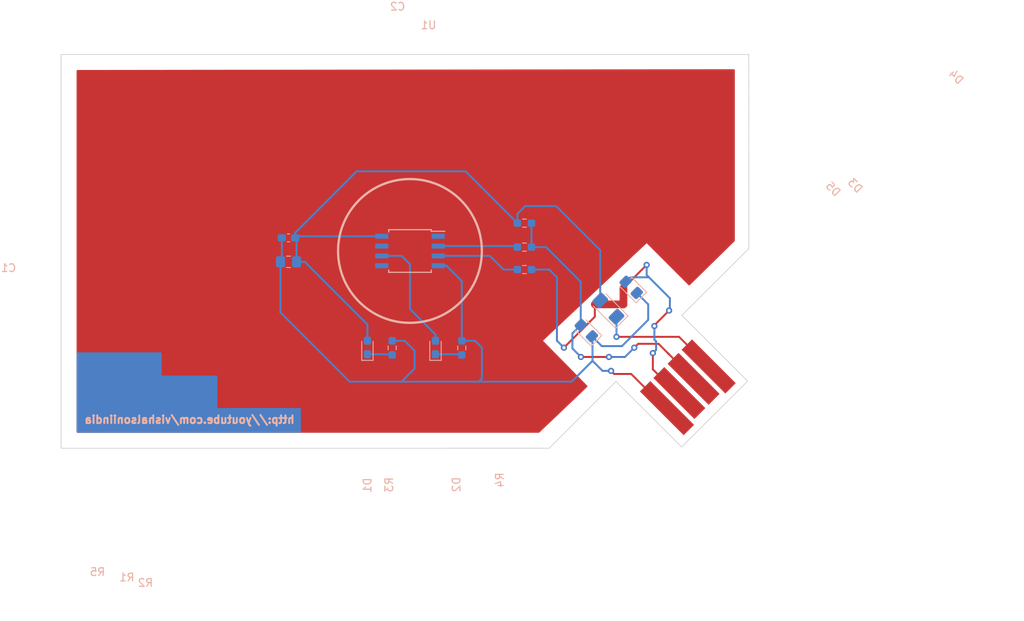
<source format=kicad_pcb>
(kicad_pcb (version 20211014) (generator pcbnew)
  (layers (0 "F.Cu" signal) (31 "B.Cu" signal) (34 "B.Paste" user) (35 "F.Paste" user) (36 "B.SilkS" user "B.Silkscreen") (37 "F.SilkS" user "F.Silkscreen") (38 "B.Mask" user) (39 "F.Mask" user) (44 "Edge.Cuts" user))
  (net 0 "")
  (net 1 "+5V")
  (net 2 "GND")
  (net 3 "Net-(D1-Pad1)")
  (net 4 "Net-(D2-Pad1)")
  (net 5 "Net-(D2-Pad2)")
  (net 6 "Net-(R1-Pad1)")
  (net 7 "Net-(R2-Pad1)")
  (net 11 "Net-(D3-Pad1)")
  (net 12 "Net-(D4-Pad2)")
  (net 13 "Net-(D5-Pad2)")
  (footprint "connectors:usb-PCB" (layer "F.Cu") (at 115.487362 96.489227 45)
    (fp_text reference "J2" hide)
    (fp_text value "USB_A_PLUG" hide)
    (pad "1" connect rect (at 3.81 -4.9 45) (size 1.9 8) (layers "F.Cu" "F.Mask") (net 11 "Net-(D3-Pad1)"))
    (pad "2" connect rect (at 1.3 -5.15 45) (size 2 7.5) (layers "F.Cu" "F.Mask") (net 12 "Net-(D4-Pad2)"))
    (pad "3" connect rect (at -1.3 -5.15 45) (size 2 7.5) (layers "F.Cu" "F.Mask") (net 13 "Net-(D5-Pad2)"))
    (pad "4" connect rect (at -3.81 -4.9 45) (size 1.9 8) (layers "F.Cu" "F.Mask") (net 2 "GND"))
  )
  (footprint "Capacitor_SMD:C_0805_2012Metric_Pad1.18x1.45mm_HandSolder" (layer "B.Cu") (at 60.4 76.8 180)
    (fp_text reference "C1" (at 36.2 -0.8) (layer "B.SilkS") (effects (justify mirror)))
    (fp_text value "4.7uf")
    (fp_line (start -0.261252 0.735) (end 0.261252 0.735) (layer "B.SilkS") (width 0.12))
    (fp_line (start -0.261252 -0.735) (end 0.261252 -0.735) (layer "B.SilkS") (width 0.12))
    (pad "1" smd roundrect (at -1.0375 0 180) (size 1.175 1.45) (layers "B.Cu" "B.Paste" "B.Mask") (roundrect_rratio 0.2127659574) (net 1 "+5V"))
    (pad "2" smd roundrect (at 1.0375 0 180) (size 1.175 1.45) (layers "B.Cu" "B.Paste" "B.Mask") (roundrect_rratio 0.2127659574) (net 2 "GND"))
  )
  (footprint "Resistor_SMD:R_0603_1608Metric_Pad0.98x0.95mm_HandSolder" (layer "B.Cu") (at 90.9 71.8 180)
    (fp_text reference "R5" (at 55.2 -45.1) (layer "B.SilkS") (effects (justify mirror)))
    (fp_text value "1.5k")
    (fp_line (start -0.254724 0.5225) (end 0.254724 0.5225) (layer "B.SilkS") (width 0.12))
    (fp_line (start -0.254724 -0.5225) (end 0.254724 -0.5225) (layer "B.SilkS") (width 0.12))
    (pad "1" smd roundrect (at -0.9125 0 180) (size 0.975 0.95) (layers "B.Cu" "B.Paste" "B.Mask") (net 12 "Net-(D4-Pad2)"))
    (pad "2" smd roundrect (at 0.9125 0 180) (size 0.975 0.95) (layers "B.Cu" "B.Paste" "B.Mask") (net 1 "+5V"))
  )
  (footprint "Package_SO:SOIC-8W_5.3x5.3mm_P1.27mm" (layer "B.Cu") (at 76.1 75.4 180)
    (fp_text reference "U1" (at -2.4 29.2) (layer "B.SilkS") (effects (justify mirror)))
    (fp_text value "ATtiny85-20S")
    (fp_line (start -2.75 2.755) (end -2.75 2.55) (layer "B.SilkS") (width 0.15))
    (fp_line (start -2.75 -2.755) (end -2.75 -2.455) (layer "B.SilkS") (width 0.15))
    (fp_line (start -2.75 -2.755) (end 2.75 -2.755) (layer "B.SilkS") (width 0.15))
    (fp_line (start -2.75 2.755) (end 2.75 2.755) (layer "B.SilkS") (width 0.15))
    (fp_line (start 2.75 -2.755) (end 2.75 -2.455) (layer "B.SilkS") (width 0.15))
    (fp_line (start -2.75 2.55) (end -4.5 2.55) (layer "B.SilkS") (width 0.15))
    (fp_line (start 2.75 2.755) (end 2.75 2.455) (layer "B.SilkS") (width 0.15))
    (pad "1" smd rect (at -3.65 1.905 180) (size 1.7 0.65) (layers "B.Cu" "B.Paste" "B.Mask"))
    (pad "2" smd rect (at -3.65 0.635 180) (size 1.7 0.65) (layers "B.Cu" "B.Paste" "B.Mask") (net 6 "Net-(R1-Pad1)"))
    (pad "3" smd rect (at -3.65 -0.635 180) (size 1.7 0.65) (layers "B.Cu" "B.Paste" "B.Mask") (net 7 "Net-(R2-Pad1)"))
    (pad "4" smd rect (at -3.65 -1.905 180) (size 1.7 0.65) (layers "B.Cu" "B.Paste" "B.Mask") (net 2 "GND"))
    (pad "5" smd rect (at 3.65 -1.905 180) (size 1.7 0.65) (layers "B.Cu" "B.Paste" "B.Mask"))
    (pad "6" smd rect (at 3.65 -0.635 180) (size 1.7 0.65) (layers "B.Cu" "B.Paste" "B.Mask") (net 5 "Net-(D2-Pad2)"))
    (pad "7" smd rect (at 3.65 0.635 180) (size 1.7 0.65) (layers "B.Cu" "B.Paste" "B.Mask"))
    (pad "8" smd rect (at 3.65 1.905 180) (size 1.7 0.65) (layers "B.Cu" "B.Paste" "B.Mask") (net 1 "+5V"))
  )
  (footprint "LED_SMD:LED_0603_1608Metric_Pad1.05x0.95mm_HandSolder" (layer "B.Cu") (at 70.6 87.8775 90)
    (fp_text reference "D1" (at -17.8225 0 90) (layer "B.SilkS") (effects (justify mirror)))
    (fp_text value "LED")
    (fp_line (start 0.8 0.735) (end -1.66 0.735) (layer "B.SilkS") (width 0.12))
    (fp_line (start -1.66 0.735) (end -1.66 -0.735) (layer "B.SilkS") (width 0.12))
    (fp_line (start -1.66 -0.735) (end 0.8 -0.735) (layer "B.SilkS") (width 0.12))
    (pad "1" smd roundrect (at -0.875 0 90) (size 1.05 0.95) (layers "B.Cu" "B.Paste" "B.Mask") (net 3 "Net-(D1-Pad1)"))
    (pad "2" smd roundrect (at 0.875 0 90) (size 1.05 0.95) (layers "B.Cu" "B.Paste" "B.Mask") (net 1 "+5V"))
  )
  (footprint "Resistor_SMD:R_0603_1608Metric_Pad0.98x0.95mm_HandSolder" (layer "B.Cu") (at 82.8 87.9225 90)
    (fp_text reference "R4" (at -17.1 4.9 90) (layer "B.SilkS") (effects (justify mirror)))
    (fp_text value "1k")
    (fp_line (start -0.254724 -0.5225) (end 0.254724 -0.5225) (layer "B.SilkS") (width 0.12))
    (fp_line (start -0.254724 0.5225) (end 0.254724 0.5225) (layer "B.SilkS") (width 0.12))
    (pad "1" smd roundrect (at -0.9125 0 90) (size 0.975 0.95) (layers "B.Cu" "B.Paste" "B.Mask") (net 4 "Net-(D2-Pad1)"))
    (pad "2" smd roundrect (at 0.9125 0 90) (size 0.975 0.95) (layers "B.Cu" "B.Paste" "B.Mask") (net 2 "GND"))
  )
  (footprint "Diode_SMD:D_0805_2012Metric_Pad1.15x1.40mm_HandSolder" (layer "B.Cu") (at 98.9 85.7 135)
    (fp_text reference "D4" (at -10.606602 56.992807 135) (layer "B.SilkS") (effects (justify mirror)))
    (fp_text value "3.6 ziner")
    (fp_line (start -1.86 -0.96) (end 1 -0.96) (layer "B.SilkS") (width 0.12))
    (fp_line (start -1.86 0.96) (end -1.86 -0.96) (layer "B.SilkS") (width 0.12))
    (fp_line (start 1 0.96) (end -1.86 0.96) (layer "B.SilkS") (width 0.12))
    (pad "1" smd roundrect (at -1.025 0 135) (size 1.15 1.4) (layers "B.Cu" "B.Paste" "B.Mask") (roundrect_rratio 0.2173913043) (net 2 "GND"))
    (pad "2" smd roundrect (at 1.025 0 135) (size 1.15 1.4) (layers "B.Cu" "B.Paste" "B.Mask") (roundrect_rratio 0.2173913043) (net 12 "Net-(D4-Pad2)"))
  )
  (footprint "Diode_SMD:D_1206_3216Metric_Pad1.42x1.75mm_HandSolder" (layer "B.Cu") (at 101.74909 82.84909 135)
    (fp_text reference "D3" (at -11.313708 33.799704 135) (layer "B.SilkS") (effects (justify mirror)))
    (fp_text value "MBR0520L")
    (fp_line (start 1.6 1.135) (end -2.46 1.135) (layer "B.SilkS") (width 0.12))
    (fp_line (start -2.46 1.135) (end -2.46 -1.135) (layer "B.SilkS") (width 0.12))
    (fp_line (start -2.46 -1.135) (end 1.6 -1.135) (layer "B.SilkS") (width 0.12))
    (pad "1" smd roundrect (at -1.4875 0 135) (size 1.425 1.75) (layers "B.Cu" "B.Paste" "B.Mask") (roundrect_rratio 0.1754392982) (net 11 "Net-(D3-Pad1)"))
    (pad "2" smd roundrect (at 1.4875 0 135) (size 1.425 1.75) (layers "B.Cu" "B.Paste" "B.Mask") (roundrect_rratio 0.1754392982) (net 1 "+5V"))
  )
  (footprint "LED_SMD:LED_0603_1608Metric_Pad1.05x0.95mm_HandSolder" (layer "B.Cu") (at 79.4 87.8775 90)
    (fp_text reference "D2" (at -17.7225 2.7 90) (layer "B.SilkS") (effects (justify mirror)))
    (fp_text value "LED")
    (fp_line (start 0.8 0.735) (end -1.66 0.735) (layer "B.SilkS") (width 0.12))
    (fp_line (start -1.66 -0.735) (end 0.8 -0.735) (layer "B.SilkS") (width 0.12))
    (fp_line (start -1.66 0.735) (end -1.66 -0.735) (layer "B.SilkS") (width 0.12))
    (pad "1" smd roundrect (at -0.875 0 90) (size 1.05 0.95) (layers "B.Cu" "B.Paste" "B.Mask") (net 4 "Net-(D2-Pad1)"))
    (pad "2" smd roundrect (at 0.875 0 90) (size 1.05 0.95) (layers "B.Cu" "B.Paste" "B.Mask") (net 5 "Net-(D2-Pad2)"))
  )
  (footprint "Resistor_SMD:R_0603_1608Metric_Pad0.98x0.95mm_HandSolder" (layer "B.Cu") (at 73.8 87.9225 90)
    (fp_text reference "R3" (at -17.7 -0.4 90) (layer "B.SilkS") (effects (justify mirror)))
    (fp_text value "1k")
    (fp_line (start -0.254724 -0.5225) (end 0.254724 -0.5225) (layer "B.SilkS") (width 0.12))
    (fp_line (start -0.254724 0.5225) (end 0.254724 0.5225) (layer "B.SilkS") (width 0.12))
    (pad "1" smd roundrect (at -0.9125 0 90) (size 0.975 0.95) (layers "B.Cu" "B.Paste" "B.Mask") (net 3 "Net-(D1-Pad1)"))
    (pad "2" smd roundrect (at 0.9125 0 90) (size 0.975 0.95) (layers "B.Cu" "B.Paste" "B.Mask") (net 2 "GND"))
  )
  (footprint "Diode_SMD:D_0805_2012Metric_Pad1.15x1.40mm_HandSolder" (layer "B.Cu") (at 104.7 80.1 135)
    (fp_text reference "D5" (at -9.475231 27.435743 135) (layer "B.SilkS") (effects (justify mirror)))
    (fp_text value "3.6 ziner")
    (fp_line (start 1 0.96) (end -1.86 0.96) (layer "B.SilkS") (width 0.12))
    (fp_line (start -1.86 0.96) (end -1.86 -0.96) (layer "B.SilkS") (width 0.12))
    (fp_line (start -1.86 -0.96) (end 1 -0.96) (layer "B.SilkS") (width 0.12))
    (pad "1" smd roundrect (at -1.025 0 135) (size 1.15 1.4) (layers "B.Cu" "B.Paste" "B.Mask") (roundrect_rratio 0.2173913043) (net 2 "GND"))
    (pad "2" smd roundrect (at 1.025 0 135) (size 1.15 1.4) (layers "B.Cu" "B.Paste" "B.Mask") (roundrect_rratio 0.2173913043) (net 13 "Net-(D5-Pad2)"))
  )
  (footprint "Resistor_SMD:R_0603_1608Metric_Pad0.98x0.95mm_HandSolder" (layer "B.Cu") (at 90.9 74.9)
    (fp_text reference "R1" (at -51.4 42.7) (layer "B.SilkS") (effects (justify mirror)))
    (fp_text value "68R")
    (fp_line (start -0.254724 -0.5225) (end 0.254724 -0.5225) (layer "B.SilkS") (width 0.12))
    (fp_line (start -0.254724 0.5225) (end 0.254724 0.5225) (layer "B.SilkS") (width 0.12))
    (pad "1" smd roundrect (at -0.9125 0) (size 0.975 0.95) (layers "B.Cu" "B.Paste" "B.Mask") (net 6 "Net-(R1-Pad1)"))
    (pad "2" smd roundrect (at 0.9125 0) (size 0.975 0.95) (layers "B.Cu" "B.Paste" "B.Mask") (net 12 "Net-(D4-Pad2)"))
  )
  (footprint "Resistor_SMD:R_0603_1608Metric_Pad0.98x0.95mm_HandSolder" (layer "B.Cu") (at 90.9 77.8)
    (fp_text reference "R2" (at -49 40.5) (layer "B.SilkS") (effects (justify mirror)))
    (fp_text value "68R")
    (fp_line (start -0.254724 -0.5225) (end 0.254724 -0.5225) (layer "B.SilkS") (width 0.12))
    (fp_line (start -0.254724 0.5225) (end 0.254724 0.5225) (layer "B.SilkS") (width 0.12))
    (pad "1" smd roundrect (at -0.9125 0) (size 0.975 0.95) (layers "B.Cu" "B.Paste" "B.Mask") (net 7 "Net-(R2-Pad1)"))
    (pad "2" smd roundrect (at 0.9125 0) (size 0.975 0.95) (layers "B.Cu" "B.Paste" "B.Mask") (net 13 "Net-(D5-Pad2)"))
  )
  (footprint "Capacitor_SMD:C_0603_1608Metric_Pad1.08x0.95mm_HandSolder" (layer "B.Cu") (at 60.4 73.7 180)
    (fp_text reference "C2" (at -14.1 29.9) (layer "B.SilkS") (effects (justify mirror)))
    (fp_text value "0.1uf")
    (fp_line (start -0.146267 0.51) (end 0.146267 0.51) (layer "B.SilkS") (width 0.12))
    (fp_line (start -0.146267 -0.51) (end 0.146267 -0.51) (layer "B.SilkS") (width 0.12))
    (pad "1" smd roundrect (at -0.8625 0 180) (size 1.075 0.95) (layers "B.Cu" "B.Paste" "B.Mask") (net 1 "+5V"))
    (pad "2" smd roundrect (at 0.8625 0 180) (size 1.075 0.95) (layers "B.Cu" "B.Paste" "B.Mask") (net 2 "GND"))
  )
  (gr_circle (center 76.1 75.395) (end 85.395 75.395) (layer "B.SilkS") (width 0.3) (fill none))
  (gr_line (start 102.728015 92.266203) (end 111.220785 100.737128) (layer "Edge.Cuts") (width 0.1))
  (gr_line (start 31 50) (end 119.900408 50) (layer "Edge.Cuts") (width 0.1))
  (gr_line (start 119.754044 92.224325) (end 111.253375 83.719595) (layer "Edge.Cuts") (width 0.1))
  (gr_line (start 102.728015 92.266203) (end 94.1 100.9) (layer "Edge.Cuts") (width 0.1))
  (gr_line (start 119.910499 75.081626) (end 119.900408 50) (layer "Edge.Cuts") (width 0.1))
  (gr_line (start 111.253375 83.719595) (end 119.910499 75.081626) (layer "Edge.Cuts") (width 0.1))
  (gr_line (start 111.220785 100.737128) (end 119.754044 92.224325) (layer "Edge.Cuts") (width 0.1))
  (gr_line (start 94.1 100.9) (end 30.998072 100.903736) (layer "Edge.Cuts") (width 0.1))
  (gr_line (start 30.998072 100.903736) (end 31 50) (layer "Edge.Cuts") (width 0.1))
  (gr_text "http://youtube.com/vishalsoniindia" (at 47.6 97.2) (layer "B.SilkS") (effects (font (size 1 1) (thickness 0.25)) (justify mirror)))
  (segment (start 62.5 76.8) (end 61.4375 76.8) (width 0.25) (layer "B.Cu") (net 1))
  (segment (start 89.9875 71.8) (end 83.2875 65.1) (width 0.25) (layer "B.Cu") (net 1))
  (segment (start 89.9875 71.8) (end 89.9875 70.6125) (width 0.25) (layer "B.Cu") (net 1))
  (segment (start 61.4375 76.8) (end 61.4375 73.875) (width 0.25) (layer "B.Cu") (net 1))
  (segment (start 61.4675 73.495) (end 72.45 73.495) (width 0.25) (layer "B.Cu") (net 1))
  (segment (start 89.9875 70.6125) (end 91 69.6) (width 0.25) (layer "B.Cu") (net 1))
  (segment (start 70.6 87.0025) (end 70.6 84.9) (width 0.25) (layer "B.Cu") (net 1))
  (segment (start 61.4375 73.875) (end 61.2625 73.7) (width 0.25) (layer "B.Cu") (net 1))
  (segment (start 70.6 84.9) (end 62.5 76.8) (width 0.25) (layer "B.Cu") (net 1))
  (segment (start 91 69.6) (end 95 69.6) (width 0.25) (layer "B.Cu") (net 1))
  (segment (start 100.697269 75.297269) (end 100.697269 81.797269) (width 0.25) (layer "B.Cu") (net 1))
  (segment (start 95 69.6) (end 100.697269 75.297269) (width 0.25) (layer "B.Cu") (net 1))
  (segment (start 83.2875 65.1) (end 69.2 65.1) (width 0.25) (layer "B.Cu") (net 1))
  (segment (start 61.2625 73.7) (end 61.4675 73.495) (width 0.25) (layer "B.Cu") (net 1))
  (segment (start 61.2625 73.0375) (end 61.2625 73.7) (width 0.25) (layer "B.Cu") (net 1))
  (segment (start 69.2 65.1) (end 61.2625 73.0375) (width 0.25) (layer "B.Cu") (net 1))
  (segment (start 104.7 91.3) (end 109.118481 95.718481) (width 0.25) (layer "F.Cu") (net 2))
  (segment (start 102.5 91.3) (end 104.7 91.3) (width 0.25) (layer "F.Cu") (net 2))
  (segment (start 102.1 90.9) (end 102.5 91.3) (width 0.25) (layer "F.Cu") (net 2))
  (via (at 102.1 90.9) (size 0.8) (drill 0.4) (layers "F.Cu" "B.Cu") (net 2))
  (segment (start 76.7 90.6) (end 76.7 88.3) (width 0.25) (layer "B.Cu") (net 2))
  (segment (start 103.5 87.7) (end 101.1 87.7) (width 0.25) (layer "B.Cu") (net 2))
  (segment (start 82.8 87.01) (end 84.51 87.01) (width 0.25) (layer "B.Cu") (net 2))
  (segment (start 85.4 87.9) (end 85.4 91.9) (width 0.25) (layer "B.Cu") (net 2))
  (segment (start 59.5375 76.625) (end 59.3625 76.8) (width 0.25) (layer "B.Cu") (net 2))
  (segment (start 75 92.3) (end 76.7 90.6) (width 0.25) (layer "B.Cu") (net 2))
  (segment (start 106.9 84.3) (end 103.5 87.7) (width 0.25) (layer "B.Cu") (net 2))
  (segment (start 59.5375 73.7) (end 59.5375 76.625) (width 0.25) (layer "B.Cu") (net 2))
  (segment (start 99.624784 86.424784) (end 99.7 86.5) (width 0.25) (layer "B.Cu") (net 2))
  (segment (start 99.7 86.5) (end 99.7 89.6) (width 0.25) (layer "B.Cu") (net 2))
  (segment (start 99.7 89.6) (end 97 92.3) (width 0.25) (layer "B.Cu") (net 2))
  (segment (start 76.7 88.3) (end 75.41 87.01) (width 0.25) (layer "B.Cu") (net 2))
  (segment (start 85 92.3) (end 75 92.3) (width 0.25) (layer "B.Cu") (net 2))
  (segment (start 85.4 91.9) (end 85 92.3) (width 0.25) (layer "B.Cu") (net 2))
  (segment (start 100.9 87.7) (end 99.624784 86.424784) (width 0.25) (layer "B.Cu") (net 2))
  (segment (start 101.1 87.7) (end 100.9 87.7) (width 0.25) (layer "B.Cu") (net 2))
  (segment (start 84.51 87.01) (end 85.4 87.9) (width 0.25) (layer "B.Cu") (net 2))
  (segment (start 59.3625 76.8) (end 59.3625 83.3625) (width 0.25) (layer "B.Cu") (net 2))
  (segment (start 101 90.9) (end 99.7 89.6) (width 0.25) (layer "B.Cu") (net 2))
  (segment (start 102.1 90.9) (end 101 90.9) (width 0.25) (layer "B.Cu") (net 2))
  (segment (start 82.8 79.3) (end 82.8 87.01) (width 0.25) (layer "B.Cu") (net 2))
  (segment (start 68.3 92.3) (end 75 92.3) (width 0.25) (layer "B.Cu") (net 2))
  (segment (start 97 92.3) (end 85 92.3) (width 0.25) (layer "B.Cu") (net 2))
  (segment (start 75.41 87.01) (end 73.8 87.01) (width 0.25) (layer "B.Cu") (net 2))
  (segment (start 80.805 77.305) (end 82.8 79.3) (width 0.25) (layer "B.Cu") (net 2))
  (segment (start 105.424784 80.824784) (end 106.9 82.3) (width 0.25) (layer "B.Cu") (net 2))
  (segment (start 59.3625 83.3625) (end 68.3 92.3) (width 0.25) (layer "B.Cu") (net 2))
  (segment (start 106.9 82.3) (end 106.9 84.3) (width 0.25) (layer "B.Cu") (net 2))
  (segment (start 79.75 77.305) (end 80.805 77.305) (width 0.25) (layer "B.Cu") (net 2))
  (segment (start 73.7175 88.7525) (end 73.8 88.835) (width 0.25) (layer "B.Cu") (net 3))
  (segment (start 70.6 88.7525) (end 73.7175 88.7525) (width 0.25) (layer "B.Cu") (net 3))
  (segment (start 79.4 88.7525) (end 82.7175 88.7525) (width 0.25) (layer "B.Cu") (net 4))
  (segment (start 82.7175 88.7525) (end 82.8 88.835) (width 0.25) (layer "B.Cu") (net 4))
  (segment (start 75.035 76.035) (end 72.45 76.035) (width 0.25) (layer "B.Cu") (net 5))
  (segment (start 76.1 77.1) (end 75.035 76.035) (width 0.25) (layer "B.Cu") (net 5))
  (segment (start 76.1 82.9) (end 76.1 77.1) (width 0.25) (layer "B.Cu") (net 5))
  (segment (start 79.4 86.2) (end 76.1 82.9) (width 0.25) (layer "B.Cu") (net 5))
  (segment (start 79.4 87.0025) (end 79.4 86.2) (width 0.25) (layer "B.Cu") (net 5))
  (segment (start 89.8525 74.765) (end 79.75 74.765) (width 0.25) (layer "B.Cu") (net 6))
  (segment (start 89.9875 74.9) (end 89.8525 74.765) (width 0.25) (layer "B.Cu") (net 6))
  (segment (start 88.2 77.8) (end 86.435 76.035) (width 0.25) (layer "B.Cu") (net 7))
  (segment (start 89.9875 77.8) (end 88.2 77.8) (width 0.25) (layer "B.Cu") (net 7))
  (segment (start 86.435 76.035) (end 79.75 76.035) (width 0.25) (layer "B.Cu") (net 7))
  (segment (start 110.886289 86.5) (end 114.716616 90.330327) (width 0.25) (layer "F.Cu") (net 11))
  (segment (start 102.8 86.5) (end 110.886289 86.5) (width 0.25) (layer "F.Cu") (net 11))
  (via (at 102.8 86.5) (size 0.8) (drill 0.4) (layers "F.Cu" "B.Cu") (net 11))
  (segment (start 102.8 83.901822) (end 102.8 86.5) (width 0.25) (layer "B.Cu") (net 11))
  (segment (start 102.800911 83.900911) (end 102.8 83.901822) (width 0.25) (layer "B.Cu") (net 11))
  (segment (start 108.236614 87.4) (end 109.618307 88.781693) (width 0.25) (layer "F.Cu") (net 12))
  (segment (start 105.1 87.9) (end 105.6 87.4) (width 0.25) (layer "F.Cu") (net 12))
  (segment (start 109.618307 88.781693) (end 112.765001 91.928388) (width 0.25) (layer "F.Cu") (net 12))
  (segment (start 109.436613 88.6) (end 109.618307 88.781693) (width 0.25) (layer "F.Cu") (net 12))
  (segment (start 98.2 89.1) (end 101.8245 89.1) (width 0.25) (layer "F.Cu") (net 12))
  (segment (start 105.6 87.4) (end 108.236614 87.4) (width 0.25) (layer "F.Cu") (net 12))
  (via (at 101.8245 89.1) (size 0.8) (drill 0.4) (layers "F.Cu" "B.Cu") (net 12))
  (via (at 105.1 87.9) (size 0.8) (drill 0.4) (layers "F.Cu" "B.Cu") (net 12))
  (via (at 98.2 89.1) (size 0.8) (drill 0.4) (layers "F.Cu" "B.Cu") (net 12))
  (segment (start 91.8125 71.8) (end 91.8125 74.9) (width 0.25) (layer "B.Cu") (net 12))
  (segment (start 98.175216 84.975216) (end 97.1 86.050432) (width 0.25) (layer "B.Cu") (net 12))
  (segment (start 101.8245 89.1) (end 103.9 89.1) (width 0.25) (layer "B.Cu") (net 12))
  (segment (start 98.175216 79.375216) (end 98.175216 84.975216) (width 0.25) (layer "B.Cu") (net 12))
  (segment (start 93.7 74.9) (end 98.175216 79.375216) (width 0.25) (layer "B.Cu") (net 12))
  (segment (start 91.8125 74.9) (end 93.7 74.9) (width 0.25) (layer "B.Cu") (net 12))
  (segment (start 97.1 88) (end 98.2 89.1) (width 0.25) (layer "B.Cu") (net 12))
  (segment (start 97.1 87) (end 97.1 88) (width 0.25) (layer "B.Cu") (net 12))
  (segment (start 103.9 89.1) (end 105.1 87.9) (width 0.25) (layer "B.Cu") (net 12))
  (segment (start 97.1 86.050432) (end 97.1 87) (width 0.25) (layer "B.Cu") (net 12))
  (segment (start 110.566866 93.766866) (end 110.926523 93.766866) (width 0.25) (layer "F.Cu") (net 13))
  (segment (start 96 87.9) (end 99.2 84.7) (width 0.25) (layer "F.Cu") (net 13))
  (segment (start 99.2 84.7) (end 100 83.9) (width 0.25) (layer "F.Cu") (net 13))
  (segment (start 99.2 84.7) (end 99.4 84.5) (width 0.25) (layer "F.Cu") (net 13))
  (segment (start 109.6 83.1) (end 107.7 85) (width 0.25) (layer "F.Cu") (net 13))
  (segment (start 107.7 85) (end 107.7 85.1) (width 0.25) (layer "F.Cu") (net 13))
  (segment (start 103.7 80.2) (end 106.7 77.2) (width 0.25) (layer "F.Cu") (net 13))
  (segment (start 103.7 82.3) (end 103.7 80.2) (width 1) (layer "F.Cu") (net 13))
  (segment (start 100 82.3) (end 103.7 82.3) (width 1) (layer "F.Cu") (net 13))
  (segment (start 107.5 90.7) (end 110.566866 93.766866) (width 0.25) (layer "F.Cu") (net 13))
  (segment (start 100 83.9) (end 100 82.3) (width 0.25) (layer "F.Cu") (net 13))
  (segment (start 107.5 88.6) (end 107.5 90.7) (width 0.25) (layer "F.Cu") (net 13))
  (via (at 96 87.9) (size 0.8) (drill 0.4) (layers "F.Cu" "B.Cu") (net 13))
  (via (at 109.6 83.1) (size 0.8) (drill 0.4) (layers "F.Cu" "B.Cu") (net 13))
  (via (at 106.7 77.2) (size 0.8) (drill 0.4) (layers "F.Cu" "B.Cu") (net 13))
  (via (at 107.7 85.1) (size 0.8) (drill 0.4) (layers "F.Cu" "B.Cu") (net 13))
  (via (at 107.5 88.6) (size 0.8) (drill 0.4) (layers "F.Cu" "B.Cu") (net 13))
  (segment (start 95.1 78.8) (end 95.1 84.1) (width 0.25) (layer "B.Cu") (net 13))
  (segment (start 106.7 77.2) (end 106.7 78.5) (width 0.25) (layer "B.Cu") (net 13))
  (segment (start 109.7 81.5) (end 109.7 83) (width 0.25) (layer "B.Cu") (net 13))
  (segment (start 103.975216 79.375216) (end 104.024784 79.375216) (width 0.25) (layer "B.Cu") (net 13))
  (segment (start 91.8125 77.8) (end 94.1 77.8) (width 0.25) (layer "B.Cu") (net 13))
  (segment (start 107.918307 88.181693) (end 107.5 88.6) (width 0.25) (layer "B.Cu") (net 13))
  (segment (start 107 78.8) (end 109.7 81.5) (width 0.25) (layer "B.Cu") (net 13))
  (segment (start 107.7 86.863387) (end 107.918307 87.081693) (width 0.25) (layer "B.Cu") (net 13))
  (segment (start 107.918307 87.081693) (end 107.918307 88.181693) (width 0.25) (layer "B.Cu") (net 13))
  (segment (start 106.7 78.5) (end 107 78.8) (width 0.25) (layer "B.Cu") (net 13))
  (segment (start 104.6 78.8) (end 107 78.8) (width 0.25) (layer "B.Cu") (net 13))
  (segment (start 95.1 87) (end 96 87.9) (width 0.25) (layer "B.Cu") (net 13))
  (segment (start 107.7 85.1) (end 107.7 86.863387) (width 0.25) (layer "B.Cu") (net 13))
  (segment (start 95.1 84.1) (end 95.1 87) (width 0.25) (layer "B.Cu") (net 13))
  (segment (start 94.1 77.8) (end 95.1 78.8) (width 0.25) (layer "B.Cu") (net 13))
  (segment (start 109.7 83) (end 109.6 83.1) (width 0.25) (layer "B.Cu") (net 13))
  (segment (start 104.024784 79.375216) (end 104.6 78.8) (width 0.25) (layer "B.Cu") (net 13))
  (zone (net 0) (net_name "") (layer "F.Cu") (connect_pads (clearance 0.508)) (min_thickness 0.254) (fill yes (thermal_gap 0.508) (thermal_bridge_width 0.508))
    (polygon (pts (xy 118.1 74.1) (xy 112.2 79.9) (xy 106.7 74.4) (xy 93.3 87) (xy 99.1 92.9) (xy 92.8 98.9) (xy 33 98.9) (xy 33 52) (xy 118.1 51.9)))
  )
  (zone (net 0) (net_name "") (layer "B.Cu") (connect_pads (clearance 0.508)) (min_thickness 0.254) (fill yes (thermal_gap 0.508) (thermal_bridge_width 0.508))
    (polygon (pts (xy 44 91.5) (xy 51.2 91.5) (xy 51.2 95.7) (xy 62 95.7) (xy 62 98.9) (xy 33 98.9) (xy 33 88.5) (xy 44 88.5)))
  )
)
</source>
